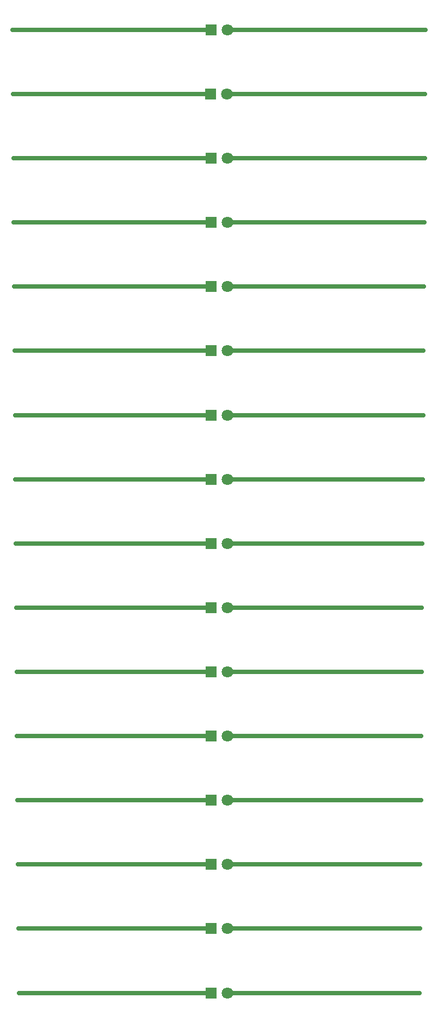
<source format=gbr>
%TF.GenerationSoftware,KiCad,Pcbnew,6.0.1-79c1e3a40b~116~ubuntu20.04.1*%
%TF.CreationDate,2022-07-06T20:39:23+09:00*%
%TF.ProjectId,test-rectenna-2p4g-pcb,74657374-2d72-4656-9374-656e6e612d32,1.0*%
%TF.SameCoordinates,Original*%
%TF.FileFunction,Copper,L2,Bot*%
%TF.FilePolarity,Positive*%
%FSLAX46Y46*%
G04 Gerber Fmt 4.6, Leading zero omitted, Abs format (unit mm)*
G04 Created by KiCad (PCBNEW 6.0.1-79c1e3a40b~116~ubuntu20.04.1) date 2022-07-06 20:39:23*
%MOMM*%
%LPD*%
G01*
G04 APERTURE LIST*
%TA.AperFunction,ComponentPad*%
%ADD10R,1.800000X1.800000*%
%TD*%
%TA.AperFunction,ComponentPad*%
%ADD11C,1.800000*%
%TD*%
%TA.AperFunction,Conductor*%
%ADD12C,0.635000*%
%TD*%
G04 APERTURE END LIST*
D10*
%TO.P,D022,1,K*%
%TO.N,Net-(D021-Pad1)*%
X120000000Y-53500000D03*
D11*
%TO.P,D022,2,A*%
%TO.N,Net-(D021-Pad2)*%
X122540000Y-53500000D03*
%TD*%
D10*
%TO.P,D092,1,K*%
%TO.N,Net-(D091-Pad1)*%
X119975000Y-123500000D03*
D11*
%TO.P,D092,2,A*%
%TO.N,Net-(D091-Pad2)*%
X122515000Y-123500000D03*
%TD*%
D10*
%TO.P,D112,1,K*%
%TO.N,Net-(D111-Pad1)*%
X119975000Y-143500000D03*
D11*
%TO.P,D112,2,A*%
%TO.N,Net-(D111-Pad2)*%
X122515000Y-143500000D03*
%TD*%
D10*
%TO.P,D102,1,K*%
%TO.N,Net-(D101-Pad1)*%
X119975000Y-133500000D03*
D11*
%TO.P,D102,2,A*%
%TO.N,Net-(D101-Pad2)*%
X122515000Y-133500000D03*
%TD*%
D10*
%TO.P,D132,1,K*%
%TO.N,Net-(D131-Pad1)*%
X119975000Y-163500000D03*
D11*
%TO.P,D132,2,A*%
%TO.N,Net-(D131-Pad2)*%
X122515000Y-163500000D03*
%TD*%
D10*
%TO.P,D152,1,K*%
%TO.N,Net-(D151-Pad1)*%
X120000000Y-173500000D03*
D11*
%TO.P,D152,2,A*%
%TO.N,Net-(D151-Pad2)*%
X122540000Y-173500000D03*
%TD*%
D10*
%TO.P,D002,1,K*%
%TO.N,Net-(D001-Pad1)*%
X119975000Y-33500000D03*
D11*
%TO.P,D002,2,A*%
%TO.N,Net-(D001-Pad2)*%
X122515000Y-33500000D03*
%TD*%
D10*
%TO.P,D062,1,K*%
%TO.N,Net-(D061-Pad1)*%
X119975000Y-93500000D03*
D11*
%TO.P,D062,2,A*%
%TO.N,Net-(D061-Pad2)*%
X122515000Y-93500000D03*
%TD*%
D10*
%TO.P,D072,1,K*%
%TO.N,Net-(D071-Pad1)*%
X119975000Y-103500000D03*
D11*
%TO.P,D072,2,A*%
%TO.N,Net-(D071-Pad2)*%
X122515000Y-103500000D03*
%TD*%
D10*
%TO.P,D042,1,K*%
%TO.N,Net-(D042-Pad1)*%
X119975000Y-73500000D03*
D11*
%TO.P,D042,2,A*%
%TO.N,Net-(D042-Pad2)*%
X122515000Y-73500000D03*
%TD*%
D10*
%TO.P,D012,1,K*%
%TO.N,Net-(D011-Pad1)*%
X119960000Y-43500000D03*
D11*
%TO.P,D012,2,A*%
%TO.N,Net-(D011-Pad2)*%
X122500000Y-43500000D03*
%TD*%
D10*
%TO.P,D032,1,K*%
%TO.N,Net-(D031-Pad1)*%
X120000000Y-63500000D03*
D11*
%TO.P,D032,2,A*%
%TO.N,Net-(D031-Pad2)*%
X122540000Y-63500000D03*
%TD*%
%TO.P,D122,2,A*%
%TO.N,Net-(D121-Pad2)*%
X122515000Y-153500000D03*
D10*
%TO.P,D122,1,K*%
%TO.N,Net-(D121-Pad1)*%
X119975000Y-153500000D03*
%TD*%
%TO.P,D082,1,K*%
%TO.N,Net-(D081-Pad1)*%
X119975000Y-113500000D03*
D11*
%TO.P,D082,2,A*%
%TO.N,Net-(D081-Pad2)*%
X122515000Y-113500000D03*
%TD*%
D10*
%TO.P,D052,1,K*%
%TO.N,Net-(D051-Pad1)*%
X119975000Y-83500000D03*
D11*
%TO.P,D052,2,A*%
%TO.N,Net-(D051-Pad2)*%
X122515000Y-83500000D03*
%TD*%
D10*
%TO.P,D142,1,K*%
%TO.N,Net-(D141-Pad1)*%
X120000000Y-183500000D03*
D11*
%TO.P,D142,2,A*%
%TO.N,Net-(D141-Pad2)*%
X122540000Y-183500000D03*
%TD*%
D12*
%TO.N,Net-(D021-Pad2)*%
X122540000Y-53500000D02*
X153250000Y-53500000D01*
%TO.N,Net-(D141-Pad2)*%
X122540000Y-183500000D02*
X152400000Y-183500000D01*
%TO.N,Net-(D151-Pad2)*%
X122540000Y-173500000D02*
X152500000Y-173500000D01*
%TO.N,Net-(D141-Pad1)*%
X120000000Y-183500000D02*
X90100000Y-183500000D01*
%TO.N,Net-(D151-Pad1)*%
X120000000Y-173500000D02*
X90000000Y-173500000D01*
%TO.N,Net-(D131-Pad2)*%
X122515000Y-163500000D02*
X152550000Y-163500000D01*
%TO.N,Net-(D131-Pad1)*%
X119975000Y-163500000D02*
X89950000Y-163500000D01*
%TO.N,Net-(D121-Pad2)*%
X122515000Y-153500000D02*
X152650000Y-153500000D01*
%TO.N,Net-(D121-Pad1)*%
X119975000Y-153500000D02*
X89850000Y-153500000D01*
%TO.N,Net-(D111-Pad2)*%
X122515000Y-143500000D02*
X152700000Y-143500000D01*
%TO.N,Net-(D111-Pad1)*%
X119975000Y-143500000D02*
X89800000Y-143500000D01*
%TO.N,Net-(D101-Pad2)*%
X122515000Y-133500000D02*
X152750000Y-133500000D01*
%TO.N,Net-(D101-Pad1)*%
X119975000Y-133500000D02*
X89750000Y-133500000D01*
%TO.N,Net-(D091-Pad2)*%
X122515000Y-123500000D02*
X152800000Y-123500000D01*
%TO.N,Net-(D091-Pad1)*%
X119975000Y-123500000D02*
X89700000Y-123500000D01*
%TO.N,Net-(D081-Pad2)*%
X122515000Y-113500000D02*
X152850000Y-113500000D01*
%TO.N,Net-(D081-Pad1)*%
X119975000Y-113500000D02*
X89650000Y-113500000D01*
%TO.N,Net-(D071-Pad2)*%
X122515000Y-103500000D02*
X152950000Y-103500000D01*
%TO.N,Net-(D071-Pad1)*%
X119975000Y-103500000D02*
X89550000Y-103500000D01*
%TO.N,Net-(D061-Pad2)*%
X122515000Y-93500000D02*
X153000000Y-93500000D01*
%TO.N,Net-(D061-Pad1)*%
X119975000Y-93500000D02*
X89500000Y-93500000D01*
%TO.N,Net-(D051-Pad2)*%
X122515000Y-83500000D02*
X153050000Y-83500000D01*
%TO.N,Net-(D051-Pad1)*%
X119975000Y-83500000D02*
X89450000Y-83500000D01*
%TO.N,Net-(D042-Pad2)*%
X122515000Y-73500000D02*
X153150000Y-73500000D01*
%TO.N,Net-(D031-Pad2)*%
X122540000Y-63500000D02*
X153200000Y-63500000D01*
%TO.N,Net-(D042-Pad1)*%
X119975000Y-73500000D02*
X89350000Y-73500000D01*
%TO.N,Net-(D031-Pad1)*%
X120000000Y-63500000D02*
X89300000Y-63500000D01*
%TO.N,Net-(D021-Pad1)*%
X120000000Y-53500000D02*
X89250000Y-53500000D01*
%TO.N,Net-(D011-Pad2)*%
X122500000Y-43500000D02*
X153300000Y-43500000D01*
%TO.N,Net-(D011-Pad1)*%
X119960000Y-43500000D02*
X89200000Y-43500000D01*
%TO.N,Net-(D001-Pad2)*%
X122515000Y-33500000D02*
X153400000Y-33500000D01*
%TO.N,Net-(D001-Pad1)*%
X119975000Y-33500000D02*
X89100000Y-33500000D01*
%TD*%
M02*

</source>
